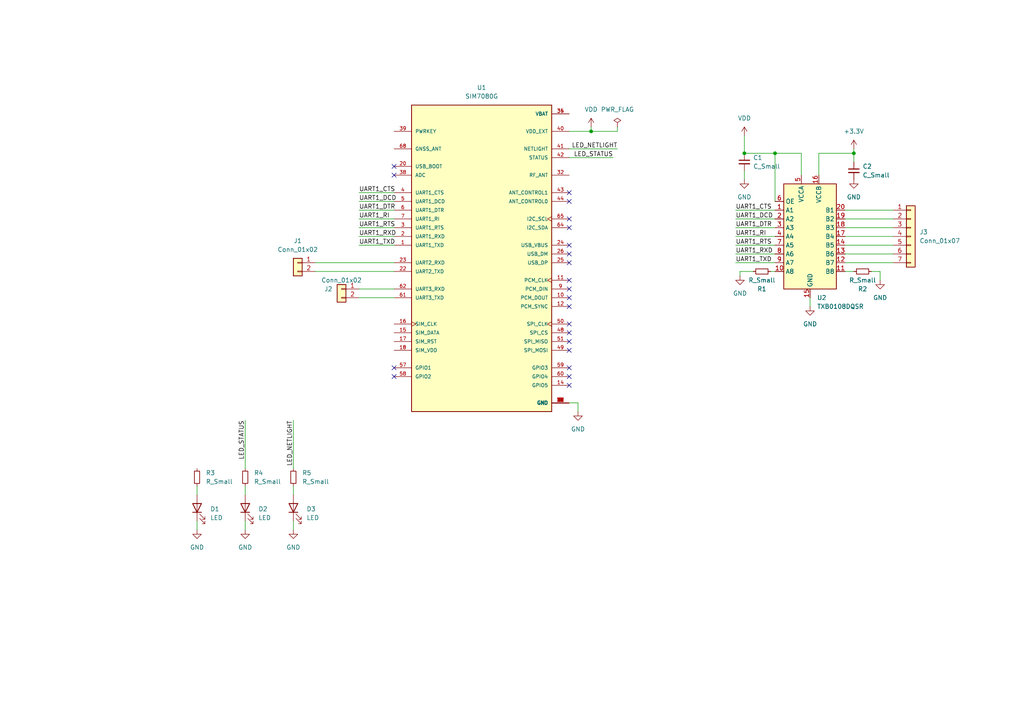
<source format=kicad_sch>
(kicad_sch (version 20211123) (generator eeschema)
  (paper "A4")
  (lib_symbols
    (symbol "Connector_Generic:Conn_01x02" (pin_names (offset 1.016) hide)
      (property "Reference" "J" (at 0 2.54 0))
      (property "Value" "Conn_01x02" (at 0 -5.08 0))
      (symbol "Conn_01x02_1_1"
        (rectangle (start -1.27 -2.413) (end 0 -2.667) (stroke (width 0.1524)))
        (rectangle (start -1.27 0.127) (end 0 -0.127) (stroke (width 0.1524)))
        (rectangle (start -1.27 1.27) (end 1.27 -3.81) (stroke (width 0.254)) (fill (type background)))
        (pin passive line (at -5.08 0 0) (length 3.81) (name "Pin_1") (number "1"))
        (pin passive line (at -5.08 -2.54 0) (length 3.81) (name "Pin_2") (number "2"))
      )
    )
    (symbol "Connector_Generic:Conn_01x07" (pin_names (offset 1.016) hide)
      (property "Reference" "J" (at 0 10.16 0))
      (property "Value" "Conn_01x07" (at 0 -10.16 0))
      (symbol "Conn_01x07_1_1"
        (rectangle (start -1.27 -7.493) (end 0 -7.747) (stroke (width 0.1524)))
        (rectangle (start -1.27 -4.953) (end 0 -5.207) (stroke (width 0.1524)))
        (rectangle (start -1.27 -2.413) (end 0 -2.667) (stroke (width 0.1524)))
        (rectangle (start -1.27 0.127) (end 0 -0.127) (stroke (width 0.1524)))
        (rectangle (start -1.27 2.667) (end 0 2.413) (stroke (width 0.1524)))
        (rectangle (start -1.27 5.207) (end 0 4.953) (stroke (width 0.1524)))
        (rectangle (start -1.27 7.747) (end 0 7.493) (stroke (width 0.1524)))
        (rectangle (start -1.27 8.89) (end 1.27 -8.89) (stroke (width 0.254)) (fill (type background)))
        (pin passive line (at -5.08 7.62 0) (length 3.81) (name "Pin_1") (number "1"))
        (pin passive line (at -5.08 5.08 0) (length 3.81) (name "Pin_2") (number "2"))
        (pin passive line (at -5.08 2.54 0) (length 3.81) (name "Pin_3") (number "3"))
        (pin passive line (at -5.08 0 0) (length 3.81) (name "Pin_4") (number "4"))
        (pin passive line (at -5.08 -2.54 0) (length 3.81) (name "Pin_5") (number "5"))
        (pin passive line (at -5.08 -5.08 0) (length 3.81) (name "Pin_6") (number "6"))
        (pin passive line (at -5.08 -7.62 0) (length 3.81) (name "Pin_7") (number "7"))
      )
    )
    (symbol "Device:C_Small" (pin_numbers hide) (pin_names (offset 0.254) hide)
      (property "Reference" "C" (at 0.254 1.778 0))
      (property "Value" "C_Small" (at 0.254 -2.032 0))
      (symbol "C_Small_0_1"
        (polyline (pts (xy -1.524 -0.508) (xy 1.524 -0.508)) (stroke (width 0.3302)))
        (polyline (pts (xy -1.524 0.508) (xy 1.524 0.508)) (stroke (width 0.3048)))
      )
      (symbol "C_Small_1_1"
        (pin passive line (at 0 2.54 270) (length 2.032) (name "~") (number "1"))
        (pin passive line (at 0 -2.54 90) (length 2.032) (name "~") (number "2"))
      )
    )
    (symbol "Device:LED" (pin_numbers hide) (pin_names (offset 1.016) hide)
      (property "Reference" "D" (at 0 2.54 0))
      (property "Value" "LED" (at 0 -2.54 0))
      (symbol "LED_0_1"
        (polyline (pts (xy -1.27 -1.27) (xy -1.27 1.27)) (stroke (width 0.254)))
        (polyline (pts (xy -1.27 0) (xy 1.27 0)))
        (polyline (pts (xy 1.27 -1.27) (xy 1.27 1.27) (xy -1.27 0) (xy 1.27 -1.27)) (stroke (width 0.254)))
        (polyline (pts (xy -3.048 -0.762) (xy -4.572 -2.286) (xy -3.81 -2.286) (xy -4.572 -2.286) (xy -4.572 -1.524)))
        (polyline (pts (xy -1.778 -0.762) (xy -3.302 -2.286) (xy -2.54 -2.286) (xy -3.302 -2.286) (xy -3.302 -1.524)))
      )
      (symbol "LED_1_1"
        (pin passive line (at -3.81 0 0) (length 2.54) (name "K") (number "1"))
        (pin passive line (at 3.81 0 180) (length 2.54) (name "A") (number "2"))
      )
    )
    (symbol "Device:R_Small" (pin_numbers hide) (pin_names (offset 0.254) hide)
      (property "Reference" "R" (at 0.762 0.508 0))
      (property "Value" "R_Small" (at 0.762 -1.016 0))
      (symbol "R_Small_0_1"
        (rectangle (start -0.762 1.778) (end 0.762 -1.778) (stroke (width 0.2032)))
      )
      (symbol "R_Small_1_1"
        (pin passive line (at 0 2.54 270) (length 0.762) (name "~") (number "1"))
        (pin passive line (at 0 -2.54 90) (length 0.762) (name "~") (number "2"))
      )
    )
    (symbol "Logic_LevelTranslator:TXB0108DQSR"
      (property "Reference" "U" (at -6.35 16.51 0))
      (property "Value" "TXB0108DQSR" (at 3.81 16.51 0))
      (symbol "TXB0108DQSR_0_1"
        (rectangle (start -7.62 15.24) (end 7.62 -15.24) (stroke (width 0.254)) (fill (type background)))
      )
      (symbol "TXB0108DQSR_1_1"
        (pin bidirectional line (at -10.16 7.62 0) (length 2.54) (name "A1") (number "1"))
        (pin bidirectional line (at -10.16 -10.16 0) (length 2.54) (name "A8") (number "10"))
        (pin bidirectional line (at 10.16 -10.16 180) (length 2.54) (name "B8") (number "11"))
        (pin bidirectional line (at 10.16 -7.62 180) (length 2.54) (name "B7") (number "12"))
        (pin bidirectional line (at 10.16 -5.08 180) (length 2.54) (name "B6") (number "13"))
        (pin bidirectional line (at 10.16 -2.54 180) (length 2.54) (name "B5") (number "14"))
        (pin power_in line (at 0 -17.78 90) (length 2.54) (name "GND") (number "15"))
        (pin power_in line (at 2.54 17.78 270) (length 2.54) (name "VCCB") (number "16"))
        (pin bidirectional line (at 10.16 0 180) (length 2.54) (name "B4") (number "17"))
        (pin bidirectional line (at 10.16 2.54 180) (length 2.54) (name "B3") (number "18"))
        (pin bidirectional line (at 10.16 5.08 180) (length 2.54) (name "B2") (number "19"))
        (pin bidirectional line (at -10.16 5.08 0) (length 2.54) (name "A2") (number "2"))
        (pin bidirectional line (at 10.16 7.62 180) (length 2.54) (name "B1") (number "20"))
        (pin bidirectional line (at -10.16 2.54 0) (length 2.54) (name "A3") (number "3"))
        (pin bidirectional line (at -10.16 0 0) (length 2.54) (name "A4") (number "4"))
        (pin power_in line (at -2.54 17.78 270) (length 2.54) (name "VCCA") (number "5"))
        (pin input line (at -10.16 10.16 0) (length 2.54) (name "OE") (number "6"))
        (pin bidirectional line (at -10.16 -2.54 0) (length 2.54) (name "A5") (number "7"))
        (pin bidirectional line (at -10.16 -5.08 0) (length 2.54) (name "A6") (number "8"))
        (pin bidirectional line (at -10.16 -7.62 0) (length 2.54) (name "A7") (number "9"))
      )
    )
    (symbol "SIM7080G:SIM7080G" (pin_names (offset 1.016))
      (property "Reference" "U" (at -20.066 44.196 0))
      (property "Value" "SIM7080G" (at -20.066 -46.736 0))
      (symbol "SIM7080G_0_0"
        (rectangle (start -20.32 -45.72) (end 20.32 43.18) (stroke (width 0.254)) (fill (type background)))
        (pin output line (at -25.4 2.54 0) (length 5.08) (name "UART1_TXD") (number "1"))
        (pin output line (at 25.4 -12.7 180) (length 5.08) (name "PCM_DOUT") (number "10"))
        (pin output clock (at 25.4 -7.62 180) (length 5.08) (name "PCM_CLK") (number "11"))
        (pin output line (at 25.4 -15.24 180) (length 5.08) (name "PCM_SYNC") (number "12"))
        (pin power_in line (at 25.4 -43.18 180) (length 5.08) (name "GND") (number "13"))
        (pin bidirectional line (at 25.4 -38.1 180) (length 5.08) (name "GPIO5") (number "14"))
        (pin bidirectional line (at -25.4 -22.86 0) (length 5.08) (name "SIM_DATA") (number "15"))
        (pin output clock (at -25.4 -20.32 0) (length 5.08) (name "SIM_CLK") (number "16"))
        (pin output line (at -25.4 -25.4 0) (length 5.08) (name "SIM_RST") (number "17"))
        (pin output line (at -25.4 -27.94 0) (length 5.08) (name "SIM_VDD") (number "18"))
        (pin power_in line (at 25.4 -43.18 180) (length 5.08) (name "GND") (number "19"))
        (pin input line (at -25.4 5.08 0) (length 5.08) (name "UART1_RXD") (number "2"))
        (pin input line (at -25.4 25.4 0) (length 5.08) (name "USB_BOOT") (number "20"))
        (pin power_in line (at 25.4 -43.18 180) (length 5.08) (name "GND") (number "21"))
        (pin output line (at -25.4 -5.08 0) (length 5.08) (name "UART2_TXD") (number "22"))
        (pin input line (at -25.4 -2.54 0) (length 5.08) (name "UART2_RXD") (number "23"))
        (pin input line (at 25.4 2.54 180) (length 5.08) (name "USB_VBUS") (number "24"))
        (pin bidirectional line (at 25.4 -2.54 180) (length 5.08) (name "USB_DP") (number "25"))
        (pin bidirectional line (at 25.4 0 180) (length 5.08) (name "USB_DM") (number "26"))
        (pin power_in line (at 25.4 -43.18 180) (length 5.08) (name "GND") (number "27"))
        (pin input line (at -25.4 7.62 0) (length 5.08) (name "UART1_RTS") (number "3"))
        (pin power_in line (at 25.4 -43.18 180) (length 5.08) (name "GND") (number "30"))
        (pin power_in line (at 25.4 -43.18 180) (length 5.08) (name "GND") (number "31"))
        (pin bidirectional line (at 25.4 22.86 180) (length 5.08) (name "RF_ANT") (number "32"))
        (pin power_in line (at 25.4 -43.18 180) (length 5.08) (name "GND") (number "33"))
        (pin power_in line (at 25.4 40.64 180) (length 5.08) (name "VBAT") (number "34"))
        (pin power_in line (at 25.4 40.64 180) (length 5.08) (name "VBAT") (number "35"))
        (pin power_in line (at 25.4 -43.18 180) (length 5.08) (name "GND") (number "36"))
        (pin power_in line (at 25.4 -43.18 180) (length 5.08) (name "GND") (number "37"))
        (pin input line (at -25.4 22.86 0) (length 5.08) (name "ADC") (number "38"))
        (pin input line (at -25.4 35.56 0) (length 5.08) (name "PWRKEY") (number "39"))
        (pin output line (at -25.4 17.78 0) (length 5.08) (name "UART1_CTS") (number "4"))
        (pin output line (at 25.4 35.56 180) (length 5.08) (name "VDD_EXT") (number "40"))
        (pin output line (at 25.4 30.48 180) (length 5.08) (name "NETLIGHT") (number "41"))
        (pin output line (at 25.4 27.94 180) (length 5.08) (name "STATUS") (number "42"))
        (pin bidirectional line (at 25.4 17.78 180) (length 5.08) (name "ANT_CONTROL1") (number "43"))
        (pin output line (at 25.4 15.24 180) (length 5.08) (name "ANT_CONTROL0") (number "44"))
        (pin power_in line (at 25.4 -43.18 180) (length 5.08) (name "GND") (number "45"))
        (pin output line (at 25.4 -22.86 180) (length 5.08) (name "SPI_CS") (number "48"))
        (pin output line (at 25.4 -27.94 180) (length 5.08) (name "SPI_MOSI") (number "49"))
        (pin output line (at -25.4 15.24 0) (length 5.08) (name "UART1_DCD") (number "5"))
        (pin output clock (at 25.4 -20.32 180) (length 5.08) (name "SPI_CLK") (number "50"))
        (pin input line (at 25.4 -25.4 180) (length 5.08) (name "SPI_MISO") (number "51"))
        (pin bidirectional line (at -25.4 -33.02 0) (length 5.08) (name "GPIO1") (number "57"))
        (pin bidirectional line (at -25.4 -35.56 0) (length 5.08) (name "GPIO2") (number "58"))
        (pin bidirectional line (at 25.4 -33.02 180) (length 5.08) (name "GPIO3") (number "59"))
        (pin input line (at -25.4 12.7 0) (length 5.08) (name "UART1_DTR") (number "6"))
        (pin bidirectional line (at 25.4 -35.56 180) (length 5.08) (name "GPIO4") (number "60"))
        (pin output line (at -25.4 -12.7 0) (length 5.08) (name "UART3_TXD") (number "61"))
        (pin input line (at -25.4 -10.16 0) (length 5.08) (name "UART3_RXD") (number "62"))
        (pin power_in line (at 25.4 -43.18 180) (length 5.08) (name "GND") (number "63"))
        (pin bidirectional line (at 25.4 7.62 180) (length 5.08) (name "I2C_SDA") (number "64"))
        (pin output clock (at 25.4 10.16 180) (length 5.08) (name "I2C_SCL") (number "65"))
        (pin power_in line (at 25.4 -43.18 180) (length 5.08) (name "GND") (number "66"))
        (pin power_in line (at 25.4 -43.18 180) (length 5.08) (name "GND") (number "67"))
        (pin input line (at -25.4 30.48 0) (length 5.08) (name "GNSS_ANT") (number "68"))
        (pin power_in line (at 25.4 -43.18 180) (length 5.08) (name "GND") (number "69"))
        (pin output line (at -25.4 10.16 0) (length 5.08) (name "UART1_RI") (number "7"))
        (pin power_in line (at 25.4 -43.18 180) (length 5.08) (name "GND") (number "70"))
        (pin power_in line (at 25.4 -43.18 180) (length 5.08) (name "GND") (number "71"))
        (pin power_in line (at 25.4 -43.18 180) (length 5.08) (name "GND") (number "72"))
        (pin power_in line (at 25.4 -43.18 180) (length 5.08) (name "GND") (number "73"))
        (pin power_in line (at 25.4 -43.18 180) (length 5.08) (name "GND") (number "74"))
        (pin power_in line (at 25.4 -43.18 180) (length 5.08) (name "GND") (number "75"))
        (pin power_in line (at 25.4 -43.18 180) (length 5.08) (name "GND") (number "76"))
        (pin power_in line (at 25.4 -43.18 180) (length 5.08) (name "GND") (number "77"))
        (pin power_in line (at 25.4 -43.18 180) (length 5.08) (name "GND") (number "8"))
        (pin input line (at 25.4 -10.16 180) (length 5.08) (name "PCM_DIN") (number "9"))
      )
    )
    (symbol "power:+3.3V" (power) (pin_names (offset 0))
      (property "Value" "+3.3V" (at 0 3.556 0))
      (symbol "+3.3V_0_1"
        (polyline (pts (xy -0.762 1.27) (xy 0 2.54)))
        (polyline (pts (xy 0 0) (xy 0 2.54)))
        (polyline (pts (xy 0 2.54) (xy 0.762 1.27)))
      )
      (symbol "+3.3V_1_1"
        (pin power_in line (at 0 0 90) (length 0) hide (name "+3.3V") (number "1"))
      )
    )
    (symbol "power:GND" (power) (pin_names (offset 0))
      (property "Value" "GND" (at 0 -3.81 0))
      (symbol "GND_0_1"
        (polyline (pts (xy 0 0) (xy 0 -1.27) (xy 1.27 -1.27) (xy 0 -2.54) (xy -1.27 -1.27) (xy 0 -1.27)))
      )
      (symbol "GND_1_1"
        (pin power_in line (at 0 0 270) (length 0) hide (name "GND") (number "1"))
      )
    )
    (symbol "power:PWR_FLAG" (power) (pin_numbers hide) (pin_names (offset 0) hide)
      (property "Value" "PWR_FLAG" (at 0 3.81 0))
      (symbol "PWR_FLAG_0_0"
        (pin power_out line (at 0 0 90) (length 0) (name "pwr") (number "1"))
      )
      (symbol "PWR_FLAG_0_1"
        (polyline (pts (xy 0 0) (xy 0 1.27) (xy -1.016 1.905) (xy 0 2.54) (xy 1.016 1.905) (xy 0 1.27)))
      )
    )
    (symbol "power:VDD" (power) (pin_names (offset 0))
      (property "Value" "VDD" (at 0 3.81 0))
      (symbol "VDD_0_1"
        (polyline (pts (xy -0.762 1.27) (xy 0 2.54)))
        (polyline (pts (xy 0 0) (xy 0 2.54)))
        (polyline (pts (xy 0 2.54) (xy 0.762 1.27)))
      )
      (symbol "VDD_1_1"
        (pin power_in line (at 0 0 90) (length 0) hide (name "VDD") (number "1"))
      )
    )
  )
  (junction (at 215.9 44.45))
  (junction (at 171.45 38.1))
  (junction (at 247.65 44.45))
  (junction (at 224.79 44.45))
  (no_connect (at 165.1 81.28))
  (no_connect (at 165.1 71.12))
  (no_connect (at 165.1 101.6))
  (no_connect (at 165.1 99.06))
  (no_connect (at 165.1 58.42))
  (no_connect (at 165.1 106.68))
  (no_connect (at 165.1 55.88))
  (no_connect (at 114.3 50.8))
  (no_connect (at 165.1 88.9))
  (no_connect (at 165.1 93.98))
  (no_connect (at 114.3 106.68))
  (no_connect (at 165.1 86.36))
  (no_connect (at 165.1 76.2))
  (no_connect (at 114.3 109.22))
  (no_connect (at 114.3 48.26))
  (no_connect (at 165.1 83.82))
  (no_connect (at 165.1 109.22))
  (no_connect (at 165.1 73.66))
  (no_connect (at 165.1 66.04))
  (no_connect (at 165.1 63.5))
  (no_connect (at 165.1 96.52))
  (no_connect (at 165.1 111.76))
  (wire (pts (xy 215.9 44.45) (xy 224.79 44.45)))
  (wire (pts (xy 104.14 66.04) (xy 114.3 66.04)))
  (wire (pts (xy 165.1 38.1) (xy 171.45 38.1)))
  (wire (pts (xy 71.12 121.92) (xy 71.12 135.89)))
  (wire (pts (xy 224.79 58.42) (xy 224.79 44.45)))
  (wire (pts (xy 167.64 116.84) (xy 167.64 119.38)))
  (wire (pts (xy 71.12 140.97) (xy 71.12 143.51)))
  (wire (pts (xy 245.11 66.04) (xy 259.08 66.04)))
  (wire (pts (xy 104.14 68.58) (xy 114.3 68.58)))
  (wire (pts (xy 171.45 38.1) (xy 179.07 38.1)))
  (wire (pts (xy 104.14 63.5) (xy 114.3 63.5)))
  (wire (pts (xy 213.36 71.12) (xy 224.79 71.12)))
  (wire (pts (xy 245.11 78.74) (xy 247.65 78.74)))
  (wire (pts (xy 247.65 43.18) (xy 247.65 44.45)))
  (wire (pts (xy 247.65 44.45) (xy 247.65 46.99)))
  (wire (pts (xy 179.07 43.18) (xy 165.1 43.18)))
  (wire (pts (xy 91.44 78.74) (xy 114.3 78.74)))
  (wire (pts (xy 213.36 60.96) (xy 224.79 60.96)))
  (wire (pts (xy 213.36 76.2) (xy 224.79 76.2)))
  (wire (pts (xy 255.27 78.74) (xy 255.27 81.28)))
  (wire (pts (xy 245.11 73.66) (xy 259.08 73.66)))
  (wire (pts (xy 104.14 60.96) (xy 114.3 60.96)))
  (wire (pts (xy 171.45 38.1) (xy 171.45 36.83)))
  (wire (pts (xy 215.9 49.53) (xy 215.9 52.07)))
  (wire (pts (xy 91.44 76.2) (xy 114.3 76.2)))
  (wire (pts (xy 245.11 71.12) (xy 259.08 71.12)))
  (wire (pts (xy 215.9 39.37) (xy 215.9 44.45)))
  (wire (pts (xy 104.14 86.36) (xy 114.3 86.36)))
  (wire (pts (xy 245.11 68.58) (xy 259.08 68.58)))
  (wire (pts (xy 179.07 36.83) (xy 179.07 38.1)))
  (wire (pts (xy 85.09 121.92) (xy 85.09 135.89)))
  (wire (pts (xy 245.11 76.2) (xy 259.08 76.2)))
  (wire (pts (xy 232.41 50.8) (xy 232.41 44.45)))
  (wire (pts (xy 104.14 83.82) (xy 114.3 83.82)))
  (wire (pts (xy 57.15 140.97) (xy 57.15 143.51)))
  (wire (pts (xy 85.09 140.97) (xy 85.09 143.51)))
  (wire (pts (xy 252.73 78.74) (xy 255.27 78.74)))
  (wire (pts (xy 104.14 55.88) (xy 114.3 55.88)))
  (wire (pts (xy 245.11 63.5) (xy 259.08 63.5)))
  (wire (pts (xy 165.1 116.84) (xy 167.64 116.84)))
  (wire (pts (xy 224.79 44.45) (xy 232.41 44.45)))
  (wire (pts (xy 234.95 86.36) (xy 234.95 88.9)))
  (wire (pts (xy 214.63 78.74) (xy 214.63 80.01)))
  (wire (pts (xy 223.52 78.74) (xy 224.79 78.74)))
  (wire (pts (xy 85.09 151.13) (xy 85.09 153.67)))
  (wire (pts (xy 237.49 44.45) (xy 247.65 44.45)))
  (wire (pts (xy 213.36 63.5) (xy 224.79 63.5)))
  (wire (pts (xy 237.49 50.8) (xy 237.49 44.45)))
  (wire (pts (xy 57.15 151.13) (xy 57.15 153.67)))
  (wire (pts (xy 218.44 78.74) (xy 214.63 78.74)))
  (wire (pts (xy 245.11 60.96) (xy 259.08 60.96)))
  (wire (pts (xy 213.36 66.04) (xy 224.79 66.04)))
  (wire (pts (xy 104.14 58.42) (xy 114.3 58.42)))
  (wire (pts (xy 213.36 73.66) (xy 224.79 73.66)))
  (wire (pts (xy 104.14 71.12) (xy 114.3 71.12)))
  (wire (pts (xy 177.8 45.72) (xy 165.1 45.72)))
  (wire (pts (xy 71.12 151.13) (xy 71.12 153.67)))
  (wire (pts (xy 213.36 68.58) (xy 224.79 68.58)))
  (label "UART1_DTR" (at 213.36 66.04 0))
  (label "UART1_RTS" (at 104.14 66.04 0))
  (label "UART1_CTS" (at 104.14 55.88 0))
  (label "LED_NETLIGHT" (at 85.09 121.92 270))
  (label "LED_STATUS" (at 177.8 45.72 180))
  (label "UART1_RXD" (at 213.36 73.66 0))
  (label "UART1_TXD" (at 104.14 71.12 0))
  (label "UART1_RTS" (at 213.36 71.12 0))
  (label "UART1_DTR" (at 104.14 60.96 0))
  (label "UART1_TXD" (at 213.36 76.2 0))
  (label "UART1_RI" (at 104.14 63.5 0))
  (label "LED_STATUS" (at 71.12 121.92 270))
  (label "UART1_DCD" (at 213.36 63.5 0))
  (label "UART1_RI" (at 213.36 68.58 0))
  (label "UART1_CTS" (at 213.36 60.96 0))
  (label "UART1_DCD" (at 104.14 58.42 0))
  (label "UART1_RXD" (at 104.14 68.58 0))
  (label "LED_NETLIGHT" (at 179.07 43.18 180))
  (symbol (lib_id "Device:R_Small") (at 71.12 138.43 0) (unit 1)
    (property "Reference" "R4" (at 73.66 137.1599 0) (effects (justify left)))
    (property "Value" "R_Small" (at 73.66 139.6999 0) (effects (justify left)))
  )
  (symbol (lib_id "power:PWR_FLAG") (at 179.07 36.83 0) (unit 1)
    (property "Reference" "#FLG0101" (effects hide))
    (property "Value" "PWR_FLAG" (at 179.07 31.75 0))
  )
  (symbol (lib_id "power:GND") (at 57.15 153.67 0) (unit 1)
    (property "Reference" "#PWR0101" (effects hide))
    (property "Value" "GND" (at 57.15 158.75 0))
  )
  (symbol (lib_id "Device:R_Small") (at 220.98 78.74 270) (unit 1)
    (property "Reference" "R1" (at 220.98 83.82 90))
    (property "Value" "R_Small" (at 220.98 81.28 90))
  )
  (symbol (lib_id "power:VDD") (at 215.9 39.37 0) (unit 1)
    (property "Reference" "#PWR04" (effects hide))
    (property "Value" "VDD" (at 215.9 34.29 0))
  )
  (symbol (lib_id "SIM7080G:SIM7080G") (at 139.7 73.66 0) (unit 1)
    (property "Reference" "U1" (at 139.7 25.4 0))
    (property "Value" "SIM7080G" (at 139.7 27.94 0))
    (property "Footprint" "SIM7080G:XCVR_SIM7080G" (effects hide))
    (property "PARTREV" "1.04" (effects hide))
    (property "STANDARD" "Manufacturer Recommendation" (effects hide))
    (property "MAXIMUM_PACKAGE_HEIGHT" "2.6 mm" (effects hide))
    (property "MANUFACTURER" "SIMCOM" (effects hide))
  )
  (symbol (lib_id "Connector_Generic:Conn_01x02") (at 99.06 83.82 0) (mirror y) (unit 1)
    (property "Reference" "J2" (at 95.25 83.82 0))
    (property "Value" "Conn_01x02" (at 99.06 81.28 0))
    (property "Footprint" "Connector_PinHeader_2.54mm:PinHeader_1x02_P2.54mm_Vertical" (effects hide))
  )
  (symbol (lib_id "Logic_LevelTranslator:TXB0108DQSR") (at 234.95 68.58 0) (unit 1)
    (property "Reference" "U2" (at 236.9694 86.36 0) (effects (justify left)))
    (property "Value" "TXB0108DQSR" (at 236.9694 88.9 0) (effects (justify left)))
    (property "Footprint" "Package_SON:USON-20_2x4mm_P0.4mm" (effects hide))
    (property "Datasheet" "http://www.ti.com/lit/ds/symlink/txb0108.pdf" (effects hide))
  )
  (symbol (lib_id "power:+3.3V") (at 247.65 43.18 0) (unit 1)
    (property "Reference" "#PWR07" (effects hide))
    (property "Value" "+3.3V" (at 247.65 38.1 0))
  )
  (symbol (lib_id "Connector_Generic:Conn_01x07") (at 264.16 68.58 0) (unit 1)
    (property "Reference" "J3" (at 266.7 67.3099 0) (effects (justify left)))
    (property "Value" "Conn_01x07" (at 266.7 69.8499 0) (effects (justify left)))
    (property "Footprint" "Connector_PinHeader_2.54mm:PinHeader_1x07_P2.54mm_Vertical" (effects hide))
  )
  (symbol (lib_id "Device:LED") (at 57.15 147.32 90) (unit 1)
    (property "Reference" "D1" (at 60.96 147.6374 90) (effects (justify right)))
    (property "Value" "LED" (at 60.96 150.1774 90) (effects (justify right)))
  )
  (symbol (lib_id "Device:R_Small") (at 57.15 138.43 0) (unit 1)
    (property "Reference" "R3" (at 59.69 137.1599 0) (effects (justify left)))
    (property "Value" "R_Small" (at 59.69 139.6999 0) (effects (justify left)))
  )
  (symbol (lib_id "Device:C_Small") (at 215.9 46.99 0) (unit 1)
    (property "Reference" "C1" (at 218.44 45.7262 0) (effects (justify left)))
    (property "Value" "C_Small" (at 218.44 48.2662 0) (effects (justify left)))
  )
  (symbol (lib_id "power:GND") (at 71.12 153.67 0) (unit 1)
    (property "Reference" "#PWR0102" (effects hide))
    (property "Value" "GND" (at 71.12 158.75 0))
  )
  (symbol (lib_id "power:GND") (at 85.09 153.67 0) (unit 1)
    (property "Reference" "#PWR0103" (effects hide))
    (property "Value" "GND" (at 85.09 158.75 0))
  )
  (symbol (lib_id "Device:LED") (at 71.12 147.32 90) (unit 1)
    (property "Reference" "D2" (at 74.93 147.6374 90) (effects (justify right)))
    (property "Value" "LED" (at 74.93 150.1774 90) (effects (justify right)))
  )
  (symbol (lib_id "Connector_Generic:Conn_01x02") (at 86.36 76.2 0) (mirror y) (unit 1)
    (property "Reference" "J1" (at 86.36 69.85 0))
    (property "Value" "Conn_01x02" (at 86.36 72.39 0))
    (property "Footprint" "Connector_PinHeader_2.54mm:PinHeader_1x02_P2.54mm_Vertical" (effects hide))
  )
  (symbol (lib_id "power:GND") (at 214.63 80.01 0) (unit 1)
    (property "Reference" "#PWR03" (effects hide))
    (property "Value" "GND" (at 214.63 85.09 0))
  )
  (symbol (lib_id "power:VDD") (at 171.45 36.83 0) (unit 1)
    (property "Reference" "#PWR02" (effects hide))
    (property "Value" "VDD" (at 171.45 31.75 0))
  )
  (symbol (lib_id "Device:R_Small") (at 250.19 78.74 270) (unit 1)
    (property "Reference" "R2" (at 250.19 83.82 90))
    (property "Value" "R_Small" (at 250.19 81.28 90))
  )
  (symbol (lib_id "power:GND") (at 167.64 119.38 0) (unit 1)
    (property "Reference" "#PWR01" (effects hide))
    (property "Value" "GND" (at 167.64 124.46 0))
  )
  (symbol (lib_id "power:GND") (at 215.9 52.07 0) (unit 1)
    (property "Reference" "#PWR05" (effects hide))
    (property "Value" "GND" (at 215.9 57.15 0))
  )
  (symbol (lib_id "Device:C_Small") (at 247.65 49.53 0) (unit 1)
    (property "Reference" "C2" (at 250.19 48.2662 0) (effects (justify left)))
    (property "Value" "C_Small" (at 250.19 50.8062 0) (effects (justify left)))
  )
  (symbol (lib_id "power:GND") (at 247.65 52.07 0) (unit 1)
    (property "Reference" "#PWR08" (effects hide))
    (property "Value" "GND" (at 247.65 57.15 0))
  )
  (symbol (lib_id "power:GND") (at 255.27 81.28 0) (unit 1)
    (property "Reference" "#PWR09" (effects hide))
    (property "Value" "GND" (at 255.27 86.36 0))
  )
  (symbol (lib_id "Device:LED") (at 85.09 147.32 90) (unit 1)
    (property "Reference" "D3" (at 88.9 147.6374 90) (effects (justify right)))
    (property "Value" "LED" (at 88.9 150.1774 90) (effects (justify right)))
  )
  (symbol (lib_id "Device:R_Small") (at 85.09 138.43 0) (unit 1)
    (property "Reference" "R5" (at 87.63 137.1599 0) (effects (justify left)))
    (property "Value" "R_Small" (at 87.63 139.6999 0) (effects (justify left)))
  )
  (symbol (lib_id "power:GND") (at 234.95 88.9 0) (unit 1)
    (property "Reference" "#PWR06" (effects hide))
    (property "Value" "GND" (at 234.95 93.98 0))
  )
)
</source>
